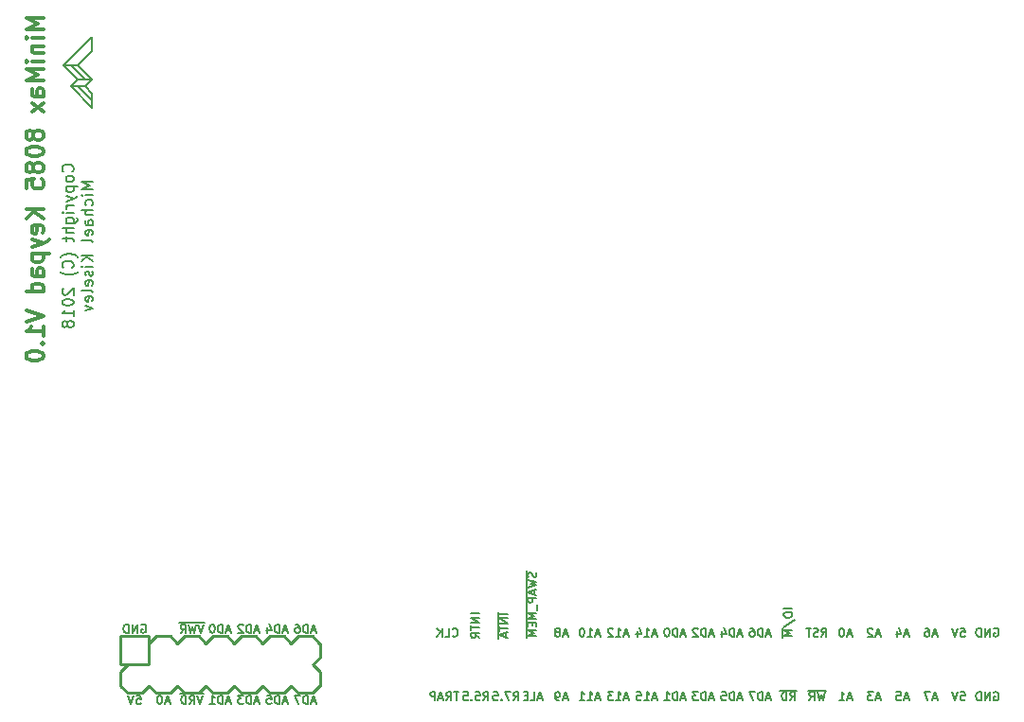
<source format=gbo>
G04 #@! TF.FileFunction,Legend,Bot*
%FSLAX46Y46*%
G04 Gerber Fmt 4.6, Leading zero omitted, Abs format (unit mm)*
G04 Created by KiCad (PCBNEW 4.0.7-e2-6376~58~ubuntu16.04.1) date Wed Jul 11 09:03:15 2018*
%MOMM*%
%LPD*%
G01*
G04 APERTURE LIST*
%ADD10C,0.150000*%
%ADD11C,0.152400*%
%ADD12C,0.304800*%
%ADD13C,0.203200*%
%ADD14C,0.200000*%
%ADD15C,0.254000*%
G04 APERTURE END LIST*
D10*
D11*
X120396000Y-129757714D02*
X120142000Y-130519714D01*
X119888000Y-129757714D01*
X119198571Y-130519714D02*
X119452571Y-130156857D01*
X119633999Y-130519714D02*
X119633999Y-129757714D01*
X119343714Y-129757714D01*
X119271142Y-129794000D01*
X119234857Y-129830286D01*
X119198571Y-129902857D01*
X119198571Y-130011714D01*
X119234857Y-130084286D01*
X119271142Y-130120571D01*
X119343714Y-130156857D01*
X119633999Y-130156857D01*
X118871999Y-130519714D02*
X118871999Y-129757714D01*
X118690571Y-129757714D01*
X118581714Y-129794000D01*
X118509142Y-129866571D01*
X118472857Y-129939143D01*
X118436571Y-130084286D01*
X118436571Y-130193143D01*
X118472857Y-130338286D01*
X118509142Y-130410857D01*
X118581714Y-130483429D01*
X118690571Y-130519714D01*
X118871999Y-130519714D01*
X120468571Y-129626360D02*
X118291428Y-129626360D01*
X120450429Y-123407714D02*
X120196429Y-124169714D01*
X119942429Y-123407714D01*
X119761000Y-123407714D02*
X119579571Y-124169714D01*
X119434428Y-123625429D01*
X119289286Y-124169714D01*
X119107857Y-123407714D01*
X118382143Y-124169714D02*
X118636143Y-123806857D01*
X118817571Y-124169714D02*
X118817571Y-123407714D01*
X118527286Y-123407714D01*
X118454714Y-123444000D01*
X118418429Y-123480286D01*
X118382143Y-123552857D01*
X118382143Y-123661714D01*
X118418429Y-123734286D01*
X118454714Y-123770571D01*
X118527286Y-123806857D01*
X118817571Y-123806857D01*
X120523000Y-123276360D02*
X118237000Y-123276360D01*
X117384285Y-130302000D02*
X117021428Y-130302000D01*
X117456857Y-130519714D02*
X117202857Y-129757714D01*
X116948857Y-130519714D01*
X116549714Y-129757714D02*
X116477142Y-129757714D01*
X116404571Y-129794000D01*
X116368285Y-129830286D01*
X116331999Y-129902857D01*
X116295714Y-130048000D01*
X116295714Y-130229429D01*
X116331999Y-130374571D01*
X116368285Y-130447143D01*
X116404571Y-130483429D01*
X116477142Y-130519714D01*
X116549714Y-130519714D01*
X116622285Y-130483429D01*
X116658571Y-130447143D01*
X116694856Y-130374571D01*
X116731142Y-130229429D01*
X116731142Y-130048000D01*
X116694856Y-129902857D01*
X116658571Y-129830286D01*
X116622285Y-129794000D01*
X116549714Y-129757714D01*
X114445142Y-129757714D02*
X114807999Y-129757714D01*
X114844285Y-130120571D01*
X114807999Y-130084286D01*
X114735428Y-130048000D01*
X114553999Y-130048000D01*
X114481428Y-130084286D01*
X114445142Y-130120571D01*
X114408857Y-130193143D01*
X114408857Y-130374571D01*
X114445142Y-130447143D01*
X114481428Y-130483429D01*
X114553999Y-130519714D01*
X114735428Y-130519714D01*
X114807999Y-130483429D01*
X114844285Y-130447143D01*
X114191143Y-129757714D02*
X113937143Y-130519714D01*
X113683143Y-129757714D01*
X114880572Y-123444000D02*
X114953143Y-123407714D01*
X115062000Y-123407714D01*
X115170857Y-123444000D01*
X115243429Y-123516571D01*
X115279714Y-123589143D01*
X115316000Y-123734286D01*
X115316000Y-123843143D01*
X115279714Y-123988286D01*
X115243429Y-124060857D01*
X115170857Y-124133429D01*
X115062000Y-124169714D01*
X114989429Y-124169714D01*
X114880572Y-124133429D01*
X114844286Y-124097143D01*
X114844286Y-123843143D01*
X114989429Y-123843143D01*
X114517714Y-124169714D02*
X114517714Y-123407714D01*
X114082286Y-124169714D01*
X114082286Y-123407714D01*
X113719428Y-124169714D02*
X113719428Y-123407714D01*
X113538000Y-123407714D01*
X113429143Y-123444000D01*
X113356571Y-123516571D01*
X113320286Y-123589143D01*
X113284000Y-123734286D01*
X113284000Y-123843143D01*
X113320286Y-123988286D01*
X113356571Y-124060857D01*
X113429143Y-124133429D01*
X113538000Y-124169714D01*
X113719428Y-124169714D01*
X122845285Y-123952000D02*
X122482428Y-123952000D01*
X122917857Y-124169714D02*
X122663857Y-123407714D01*
X122409857Y-124169714D01*
X122155856Y-124169714D02*
X122155856Y-123407714D01*
X121974428Y-123407714D01*
X121865571Y-123444000D01*
X121792999Y-123516571D01*
X121756714Y-123589143D01*
X121720428Y-123734286D01*
X121720428Y-123843143D01*
X121756714Y-123988286D01*
X121792999Y-124060857D01*
X121865571Y-124133429D01*
X121974428Y-124169714D01*
X122155856Y-124169714D01*
X121248714Y-123407714D02*
X121176142Y-123407714D01*
X121103571Y-123444000D01*
X121067285Y-123480286D01*
X121030999Y-123552857D01*
X120994714Y-123698000D01*
X120994714Y-123879429D01*
X121030999Y-124024571D01*
X121067285Y-124097143D01*
X121103571Y-124133429D01*
X121176142Y-124169714D01*
X121248714Y-124169714D01*
X121321285Y-124133429D01*
X121357571Y-124097143D01*
X121393856Y-124024571D01*
X121430142Y-123879429D01*
X121430142Y-123698000D01*
X121393856Y-123552857D01*
X121357571Y-123480286D01*
X121321285Y-123444000D01*
X121248714Y-123407714D01*
X125385285Y-123952000D02*
X125022428Y-123952000D01*
X125457857Y-124169714D02*
X125203857Y-123407714D01*
X124949857Y-124169714D01*
X124695856Y-124169714D02*
X124695856Y-123407714D01*
X124514428Y-123407714D01*
X124405571Y-123444000D01*
X124332999Y-123516571D01*
X124296714Y-123589143D01*
X124260428Y-123734286D01*
X124260428Y-123843143D01*
X124296714Y-123988286D01*
X124332999Y-124060857D01*
X124405571Y-124133429D01*
X124514428Y-124169714D01*
X124695856Y-124169714D01*
X123970142Y-123480286D02*
X123933856Y-123444000D01*
X123861285Y-123407714D01*
X123679856Y-123407714D01*
X123607285Y-123444000D01*
X123570999Y-123480286D01*
X123534714Y-123552857D01*
X123534714Y-123625429D01*
X123570999Y-123734286D01*
X124006428Y-124169714D01*
X123534714Y-124169714D01*
X127925285Y-123952000D02*
X127562428Y-123952000D01*
X127997857Y-124169714D02*
X127743857Y-123407714D01*
X127489857Y-124169714D01*
X127235856Y-124169714D02*
X127235856Y-123407714D01*
X127054428Y-123407714D01*
X126945571Y-123444000D01*
X126872999Y-123516571D01*
X126836714Y-123589143D01*
X126800428Y-123734286D01*
X126800428Y-123843143D01*
X126836714Y-123988286D01*
X126872999Y-124060857D01*
X126945571Y-124133429D01*
X127054428Y-124169714D01*
X127235856Y-124169714D01*
X126147285Y-123661714D02*
X126147285Y-124169714D01*
X126328714Y-123371429D02*
X126510142Y-123915714D01*
X126038428Y-123915714D01*
X130465285Y-123952000D02*
X130102428Y-123952000D01*
X130537857Y-124169714D02*
X130283857Y-123407714D01*
X130029857Y-124169714D01*
X129775856Y-124169714D02*
X129775856Y-123407714D01*
X129594428Y-123407714D01*
X129485571Y-123444000D01*
X129412999Y-123516571D01*
X129376714Y-123589143D01*
X129340428Y-123734286D01*
X129340428Y-123843143D01*
X129376714Y-123988286D01*
X129412999Y-124060857D01*
X129485571Y-124133429D01*
X129594428Y-124169714D01*
X129775856Y-124169714D01*
X128687285Y-123407714D02*
X128832428Y-123407714D01*
X128904999Y-123444000D01*
X128941285Y-123480286D01*
X129013856Y-123589143D01*
X129050142Y-123734286D01*
X129050142Y-124024571D01*
X129013856Y-124097143D01*
X128977571Y-124133429D01*
X128904999Y-124169714D01*
X128759856Y-124169714D01*
X128687285Y-124133429D01*
X128650999Y-124097143D01*
X128614714Y-124024571D01*
X128614714Y-123843143D01*
X128650999Y-123770571D01*
X128687285Y-123734286D01*
X128759856Y-123698000D01*
X128904999Y-123698000D01*
X128977571Y-123734286D01*
X129013856Y-123770571D01*
X129050142Y-123843143D01*
X122845285Y-130302000D02*
X122482428Y-130302000D01*
X122917857Y-130519714D02*
X122663857Y-129757714D01*
X122409857Y-130519714D01*
X122155856Y-130519714D02*
X122155856Y-129757714D01*
X121974428Y-129757714D01*
X121865571Y-129794000D01*
X121792999Y-129866571D01*
X121756714Y-129939143D01*
X121720428Y-130084286D01*
X121720428Y-130193143D01*
X121756714Y-130338286D01*
X121792999Y-130410857D01*
X121865571Y-130483429D01*
X121974428Y-130519714D01*
X122155856Y-130519714D01*
X120994714Y-130519714D02*
X121430142Y-130519714D01*
X121212428Y-130519714D02*
X121212428Y-129757714D01*
X121284999Y-129866571D01*
X121357571Y-129939143D01*
X121430142Y-129975429D01*
X125385285Y-130302000D02*
X125022428Y-130302000D01*
X125457857Y-130519714D02*
X125203857Y-129757714D01*
X124949857Y-130519714D01*
X124695856Y-130519714D02*
X124695856Y-129757714D01*
X124514428Y-129757714D01*
X124405571Y-129794000D01*
X124332999Y-129866571D01*
X124296714Y-129939143D01*
X124260428Y-130084286D01*
X124260428Y-130193143D01*
X124296714Y-130338286D01*
X124332999Y-130410857D01*
X124405571Y-130483429D01*
X124514428Y-130519714D01*
X124695856Y-130519714D01*
X124006428Y-129757714D02*
X123534714Y-129757714D01*
X123788714Y-130048000D01*
X123679856Y-130048000D01*
X123607285Y-130084286D01*
X123570999Y-130120571D01*
X123534714Y-130193143D01*
X123534714Y-130374571D01*
X123570999Y-130447143D01*
X123607285Y-130483429D01*
X123679856Y-130519714D01*
X123897571Y-130519714D01*
X123970142Y-130483429D01*
X124006428Y-130447143D01*
X127925285Y-130302000D02*
X127562428Y-130302000D01*
X127997857Y-130519714D02*
X127743857Y-129757714D01*
X127489857Y-130519714D01*
X127235856Y-130519714D02*
X127235856Y-129757714D01*
X127054428Y-129757714D01*
X126945571Y-129794000D01*
X126872999Y-129866571D01*
X126836714Y-129939143D01*
X126800428Y-130084286D01*
X126800428Y-130193143D01*
X126836714Y-130338286D01*
X126872999Y-130410857D01*
X126945571Y-130483429D01*
X127054428Y-130519714D01*
X127235856Y-130519714D01*
X126110999Y-129757714D02*
X126473856Y-129757714D01*
X126510142Y-130120571D01*
X126473856Y-130084286D01*
X126401285Y-130048000D01*
X126219856Y-130048000D01*
X126147285Y-130084286D01*
X126110999Y-130120571D01*
X126074714Y-130193143D01*
X126074714Y-130374571D01*
X126110999Y-130447143D01*
X126147285Y-130483429D01*
X126219856Y-130519714D01*
X126401285Y-130519714D01*
X126473856Y-130483429D01*
X126510142Y-130447143D01*
X130465285Y-130302000D02*
X130102428Y-130302000D01*
X130537857Y-130519714D02*
X130283857Y-129757714D01*
X130029857Y-130519714D01*
X129775856Y-130519714D02*
X129775856Y-129757714D01*
X129594428Y-129757714D01*
X129485571Y-129794000D01*
X129412999Y-129866571D01*
X129376714Y-129939143D01*
X129340428Y-130084286D01*
X129340428Y-130193143D01*
X129376714Y-130338286D01*
X129412999Y-130410857D01*
X129485571Y-130483429D01*
X129594428Y-130519714D01*
X129775856Y-130519714D01*
X129086428Y-129757714D02*
X128578428Y-129757714D01*
X128904999Y-130519714D01*
X143228786Y-129440214D02*
X142793357Y-129440214D01*
X143011071Y-130202214D02*
X143011071Y-129440214D01*
X142103929Y-130202214D02*
X142357929Y-129839357D01*
X142539357Y-130202214D02*
X142539357Y-129440214D01*
X142249072Y-129440214D01*
X142176500Y-129476500D01*
X142140215Y-129512786D01*
X142103929Y-129585357D01*
X142103929Y-129694214D01*
X142140215Y-129766786D01*
X142176500Y-129803071D01*
X142249072Y-129839357D01*
X142539357Y-129839357D01*
X141813643Y-129984500D02*
X141450786Y-129984500D01*
X141886215Y-130202214D02*
X141632215Y-129440214D01*
X141378215Y-130202214D01*
X141124214Y-130202214D02*
X141124214Y-129440214D01*
X140833929Y-129440214D01*
X140761357Y-129476500D01*
X140725072Y-129512786D01*
X140688786Y-129585357D01*
X140688786Y-129694214D01*
X140725072Y-129766786D01*
X140761357Y-129803071D01*
X140833929Y-129839357D01*
X141124214Y-129839357D01*
X145451285Y-130202214D02*
X145705285Y-129839357D01*
X145886713Y-130202214D02*
X145886713Y-129440214D01*
X145596428Y-129440214D01*
X145523856Y-129476500D01*
X145487571Y-129512786D01*
X145451285Y-129585357D01*
X145451285Y-129694214D01*
X145487571Y-129766786D01*
X145523856Y-129803071D01*
X145596428Y-129839357D01*
X145886713Y-129839357D01*
X144761856Y-129440214D02*
X145124713Y-129440214D01*
X145160999Y-129803071D01*
X145124713Y-129766786D01*
X145052142Y-129730500D01*
X144870713Y-129730500D01*
X144798142Y-129766786D01*
X144761856Y-129803071D01*
X144725571Y-129875643D01*
X144725571Y-130057071D01*
X144761856Y-130129643D01*
X144798142Y-130165929D01*
X144870713Y-130202214D01*
X145052142Y-130202214D01*
X145124713Y-130165929D01*
X145160999Y-130129643D01*
X144398999Y-130129643D02*
X144362714Y-130165929D01*
X144398999Y-130202214D01*
X144435285Y-130165929D01*
X144398999Y-130129643D01*
X144398999Y-130202214D01*
X143673285Y-129440214D02*
X144036142Y-129440214D01*
X144072428Y-129803071D01*
X144036142Y-129766786D01*
X143963571Y-129730500D01*
X143782142Y-129730500D01*
X143709571Y-129766786D01*
X143673285Y-129803071D01*
X143637000Y-129875643D01*
X143637000Y-130057071D01*
X143673285Y-130129643D01*
X143709571Y-130165929D01*
X143782142Y-130202214D01*
X143963571Y-130202214D01*
X144036142Y-130165929D01*
X144072428Y-130129643D01*
X148118285Y-130202214D02*
X148372285Y-129839357D01*
X148553713Y-130202214D02*
X148553713Y-129440214D01*
X148263428Y-129440214D01*
X148190856Y-129476500D01*
X148154571Y-129512786D01*
X148118285Y-129585357D01*
X148118285Y-129694214D01*
X148154571Y-129766786D01*
X148190856Y-129803071D01*
X148263428Y-129839357D01*
X148553713Y-129839357D01*
X147864285Y-129440214D02*
X147356285Y-129440214D01*
X147682856Y-130202214D01*
X147065999Y-130129643D02*
X147029714Y-130165929D01*
X147065999Y-130202214D01*
X147102285Y-130165929D01*
X147065999Y-130129643D01*
X147065999Y-130202214D01*
X146340285Y-129440214D02*
X146703142Y-129440214D01*
X146739428Y-129803071D01*
X146703142Y-129766786D01*
X146630571Y-129730500D01*
X146449142Y-129730500D01*
X146376571Y-129766786D01*
X146340285Y-129803071D01*
X146304000Y-129875643D01*
X146304000Y-130057071D01*
X146340285Y-130129643D01*
X146376571Y-130165929D01*
X146449142Y-130202214D01*
X146630571Y-130202214D01*
X146703142Y-130165929D01*
X146739428Y-130129643D01*
X142693571Y-124414643D02*
X142729857Y-124450929D01*
X142838714Y-124487214D01*
X142911285Y-124487214D01*
X143020142Y-124450929D01*
X143092714Y-124378357D01*
X143128999Y-124305786D01*
X143165285Y-124160643D01*
X143165285Y-124051786D01*
X143128999Y-123906643D01*
X143092714Y-123834071D01*
X143020142Y-123761500D01*
X142911285Y-123725214D01*
X142838714Y-123725214D01*
X142729857Y-123761500D01*
X142693571Y-123797786D01*
X142004142Y-124487214D02*
X142366999Y-124487214D01*
X142366999Y-123725214D01*
X141750142Y-124487214D02*
X141750142Y-123725214D01*
X141314714Y-124487214D02*
X141641285Y-124051786D01*
X141314714Y-123725214D02*
X141750142Y-124160643D01*
X145124714Y-122437072D02*
X144362714Y-122437072D01*
X145124714Y-122799929D02*
X144362714Y-122799929D01*
X145124714Y-123235357D01*
X144362714Y-123235357D01*
X144362714Y-123489357D02*
X144362714Y-123924786D01*
X145124714Y-123707072D02*
X144362714Y-123707072D01*
X145124714Y-124614214D02*
X144761857Y-124360214D01*
X145124714Y-124178786D02*
X144362714Y-124178786D01*
X144362714Y-124469071D01*
X144399000Y-124541643D01*
X144435286Y-124577928D01*
X144507857Y-124614214D01*
X144616714Y-124614214D01*
X144689286Y-124577928D01*
X144725571Y-124541643D01*
X144761857Y-124469071D01*
X144761857Y-124178786D01*
X147664714Y-122491501D02*
X146902714Y-122491501D01*
X147664714Y-122854358D02*
X146902714Y-122854358D01*
X147664714Y-123289786D01*
X146902714Y-123289786D01*
X146902714Y-123543786D02*
X146902714Y-123979215D01*
X147664714Y-123761501D02*
X146902714Y-123761501D01*
X147447000Y-124196929D02*
X147447000Y-124559786D01*
X147664714Y-124124357D02*
X146902714Y-124378357D01*
X147664714Y-124632357D01*
X146771360Y-122310072D02*
X146771360Y-124704929D01*
X150168429Y-118735929D02*
X150204714Y-118844786D01*
X150204714Y-119026215D01*
X150168429Y-119098786D01*
X150132143Y-119135072D01*
X150059571Y-119171357D01*
X149987000Y-119171357D01*
X149914429Y-119135072D01*
X149878143Y-119098786D01*
X149841857Y-119026215D01*
X149805571Y-118881072D01*
X149769286Y-118808500D01*
X149733000Y-118772215D01*
X149660429Y-118735929D01*
X149587857Y-118735929D01*
X149515286Y-118772215D01*
X149479000Y-118808500D01*
X149442714Y-118881072D01*
X149442714Y-119062500D01*
X149479000Y-119171357D01*
X149442714Y-119425357D02*
X150204714Y-119606786D01*
X149660429Y-119751929D01*
X150204714Y-119897071D01*
X149442714Y-120078500D01*
X149987000Y-120332500D02*
X149987000Y-120695357D01*
X150204714Y-120259928D02*
X149442714Y-120513928D01*
X150204714Y-120767928D01*
X150204714Y-121021929D02*
X149442714Y-121021929D01*
X149442714Y-121312214D01*
X149479000Y-121384786D01*
X149515286Y-121421071D01*
X149587857Y-121457357D01*
X149696714Y-121457357D01*
X149769286Y-121421071D01*
X149805571Y-121384786D01*
X149841857Y-121312214D01*
X149841857Y-121021929D01*
X150277286Y-121602500D02*
X150277286Y-122183071D01*
X150204714Y-122364500D02*
X149442714Y-122364500D01*
X149987000Y-122618500D01*
X149442714Y-122872500D01*
X150204714Y-122872500D01*
X149805571Y-123235357D02*
X149805571Y-123489357D01*
X150204714Y-123598214D02*
X150204714Y-123235357D01*
X149442714Y-123235357D01*
X149442714Y-123598214D01*
X150204714Y-123924786D02*
X149442714Y-123924786D01*
X149987000Y-124178786D01*
X149442714Y-124432786D01*
X150204714Y-124432786D01*
X149311360Y-118590786D02*
X149311360Y-124614214D01*
X150694571Y-129984500D02*
X150331714Y-129984500D01*
X150767143Y-130202214D02*
X150513143Y-129440214D01*
X150259143Y-130202214D01*
X149642285Y-130202214D02*
X150005142Y-130202214D01*
X150005142Y-129440214D01*
X149388285Y-129803071D02*
X149134285Y-129803071D01*
X149025428Y-130202214D02*
X149388285Y-130202214D01*
X149388285Y-129440214D01*
X149025428Y-129440214D01*
X152944285Y-129984500D02*
X152581428Y-129984500D01*
X153016857Y-130202214D02*
X152762857Y-129440214D01*
X152508857Y-130202214D01*
X152218571Y-130202214D02*
X152073428Y-130202214D01*
X152000856Y-130165929D01*
X151964571Y-130129643D01*
X151891999Y-130020786D01*
X151855714Y-129875643D01*
X151855714Y-129585357D01*
X151891999Y-129512786D01*
X151928285Y-129476500D01*
X152000856Y-129440214D01*
X152145999Y-129440214D01*
X152218571Y-129476500D01*
X152254856Y-129512786D01*
X152291142Y-129585357D01*
X152291142Y-129766786D01*
X152254856Y-129839357D01*
X152218571Y-129875643D01*
X152145999Y-129911929D01*
X152000856Y-129911929D01*
X151928285Y-129875643D01*
X151891999Y-129839357D01*
X151855714Y-129766786D01*
X152944285Y-124269500D02*
X152581428Y-124269500D01*
X153016857Y-124487214D02*
X152762857Y-123725214D01*
X152508857Y-124487214D01*
X152145999Y-124051786D02*
X152218571Y-124015500D01*
X152254856Y-123979214D01*
X152291142Y-123906643D01*
X152291142Y-123870357D01*
X152254856Y-123797786D01*
X152218571Y-123761500D01*
X152145999Y-123725214D01*
X152000856Y-123725214D01*
X151928285Y-123761500D01*
X151891999Y-123797786D01*
X151855714Y-123870357D01*
X151855714Y-123906643D01*
X151891999Y-123979214D01*
X151928285Y-124015500D01*
X152000856Y-124051786D01*
X152145999Y-124051786D01*
X152218571Y-124088071D01*
X152254856Y-124124357D01*
X152291142Y-124196929D01*
X152291142Y-124342071D01*
X152254856Y-124414643D01*
X152218571Y-124450929D01*
X152145999Y-124487214D01*
X152000856Y-124487214D01*
X151928285Y-124450929D01*
X151891999Y-124414643D01*
X151855714Y-124342071D01*
X151855714Y-124196929D01*
X151891999Y-124124357D01*
X151928285Y-124088071D01*
X152000856Y-124051786D01*
X155847142Y-124269500D02*
X155484285Y-124269500D01*
X155919714Y-124487214D02*
X155665714Y-123725214D01*
X155411714Y-124487214D01*
X154758571Y-124487214D02*
X155193999Y-124487214D01*
X154976285Y-124487214D02*
X154976285Y-123725214D01*
X155048856Y-123834071D01*
X155121428Y-123906643D01*
X155193999Y-123942929D01*
X154286857Y-123725214D02*
X154214285Y-123725214D01*
X154141714Y-123761500D01*
X154105428Y-123797786D01*
X154069142Y-123870357D01*
X154032857Y-124015500D01*
X154032857Y-124196929D01*
X154069142Y-124342071D01*
X154105428Y-124414643D01*
X154141714Y-124450929D01*
X154214285Y-124487214D01*
X154286857Y-124487214D01*
X154359428Y-124450929D01*
X154395714Y-124414643D01*
X154431999Y-124342071D01*
X154468285Y-124196929D01*
X154468285Y-124015500D01*
X154431999Y-123870357D01*
X154395714Y-123797786D01*
X154359428Y-123761500D01*
X154286857Y-123725214D01*
X155847142Y-129984500D02*
X155484285Y-129984500D01*
X155919714Y-130202214D02*
X155665714Y-129440214D01*
X155411714Y-130202214D01*
X154758571Y-130202214D02*
X155193999Y-130202214D01*
X154976285Y-130202214D02*
X154976285Y-129440214D01*
X155048856Y-129549071D01*
X155121428Y-129621643D01*
X155193999Y-129657929D01*
X154032857Y-130202214D02*
X154468285Y-130202214D01*
X154250571Y-130202214D02*
X154250571Y-129440214D01*
X154323142Y-129549071D01*
X154395714Y-129621643D01*
X154468285Y-129657929D01*
X158387142Y-129984500D02*
X158024285Y-129984500D01*
X158459714Y-130202214D02*
X158205714Y-129440214D01*
X157951714Y-130202214D01*
X157298571Y-130202214D02*
X157733999Y-130202214D01*
X157516285Y-130202214D02*
X157516285Y-129440214D01*
X157588856Y-129549071D01*
X157661428Y-129621643D01*
X157733999Y-129657929D01*
X157044571Y-129440214D02*
X156572857Y-129440214D01*
X156826857Y-129730500D01*
X156717999Y-129730500D01*
X156645428Y-129766786D01*
X156609142Y-129803071D01*
X156572857Y-129875643D01*
X156572857Y-130057071D01*
X156609142Y-130129643D01*
X156645428Y-130165929D01*
X156717999Y-130202214D01*
X156935714Y-130202214D01*
X157008285Y-130165929D01*
X157044571Y-130129643D01*
X158387142Y-124269500D02*
X158024285Y-124269500D01*
X158459714Y-124487214D02*
X158205714Y-123725214D01*
X157951714Y-124487214D01*
X157298571Y-124487214D02*
X157733999Y-124487214D01*
X157516285Y-124487214D02*
X157516285Y-123725214D01*
X157588856Y-123834071D01*
X157661428Y-123906643D01*
X157733999Y-123942929D01*
X157008285Y-123797786D02*
X156971999Y-123761500D01*
X156899428Y-123725214D01*
X156717999Y-123725214D01*
X156645428Y-123761500D01*
X156609142Y-123797786D01*
X156572857Y-123870357D01*
X156572857Y-123942929D01*
X156609142Y-124051786D01*
X157044571Y-124487214D01*
X156572857Y-124487214D01*
X160927142Y-124269500D02*
X160564285Y-124269500D01*
X160999714Y-124487214D02*
X160745714Y-123725214D01*
X160491714Y-124487214D01*
X159838571Y-124487214D02*
X160273999Y-124487214D01*
X160056285Y-124487214D02*
X160056285Y-123725214D01*
X160128856Y-123834071D01*
X160201428Y-123906643D01*
X160273999Y-123942929D01*
X159185428Y-123979214D02*
X159185428Y-124487214D01*
X159366857Y-123688929D02*
X159548285Y-124233214D01*
X159076571Y-124233214D01*
X160927142Y-129984500D02*
X160564285Y-129984500D01*
X160999714Y-130202214D02*
X160745714Y-129440214D01*
X160491714Y-130202214D01*
X159838571Y-130202214D02*
X160273999Y-130202214D01*
X160056285Y-130202214D02*
X160056285Y-129440214D01*
X160128856Y-129549071D01*
X160201428Y-129621643D01*
X160273999Y-129657929D01*
X159149142Y-129440214D02*
X159511999Y-129440214D01*
X159548285Y-129803071D01*
X159511999Y-129766786D01*
X159439428Y-129730500D01*
X159257999Y-129730500D01*
X159185428Y-129766786D01*
X159149142Y-129803071D01*
X159112857Y-129875643D01*
X159112857Y-130057071D01*
X159149142Y-130129643D01*
X159185428Y-130165929D01*
X159257999Y-130202214D01*
X159439428Y-130202214D01*
X159511999Y-130165929D01*
X159548285Y-130129643D01*
X163485285Y-129984500D02*
X163122428Y-129984500D01*
X163557857Y-130202214D02*
X163303857Y-129440214D01*
X163049857Y-130202214D01*
X162795856Y-130202214D02*
X162795856Y-129440214D01*
X162614428Y-129440214D01*
X162505571Y-129476500D01*
X162432999Y-129549071D01*
X162396714Y-129621643D01*
X162360428Y-129766786D01*
X162360428Y-129875643D01*
X162396714Y-130020786D01*
X162432999Y-130093357D01*
X162505571Y-130165929D01*
X162614428Y-130202214D01*
X162795856Y-130202214D01*
X161634714Y-130202214D02*
X162070142Y-130202214D01*
X161852428Y-130202214D02*
X161852428Y-129440214D01*
X161924999Y-129549071D01*
X161997571Y-129621643D01*
X162070142Y-129657929D01*
X163485285Y-124269500D02*
X163122428Y-124269500D01*
X163557857Y-124487214D02*
X163303857Y-123725214D01*
X163049857Y-124487214D01*
X162795856Y-124487214D02*
X162795856Y-123725214D01*
X162614428Y-123725214D01*
X162505571Y-123761500D01*
X162432999Y-123834071D01*
X162396714Y-123906643D01*
X162360428Y-124051786D01*
X162360428Y-124160643D01*
X162396714Y-124305786D01*
X162432999Y-124378357D01*
X162505571Y-124450929D01*
X162614428Y-124487214D01*
X162795856Y-124487214D01*
X161888714Y-123725214D02*
X161816142Y-123725214D01*
X161743571Y-123761500D01*
X161707285Y-123797786D01*
X161670999Y-123870357D01*
X161634714Y-124015500D01*
X161634714Y-124196929D01*
X161670999Y-124342071D01*
X161707285Y-124414643D01*
X161743571Y-124450929D01*
X161816142Y-124487214D01*
X161888714Y-124487214D01*
X161961285Y-124450929D01*
X161997571Y-124414643D01*
X162033856Y-124342071D01*
X162070142Y-124196929D01*
X162070142Y-124015500D01*
X162033856Y-123870357D01*
X161997571Y-123797786D01*
X161961285Y-123761500D01*
X161888714Y-123725214D01*
X166025285Y-124269500D02*
X165662428Y-124269500D01*
X166097857Y-124487214D02*
X165843857Y-123725214D01*
X165589857Y-124487214D01*
X165335856Y-124487214D02*
X165335856Y-123725214D01*
X165154428Y-123725214D01*
X165045571Y-123761500D01*
X164972999Y-123834071D01*
X164936714Y-123906643D01*
X164900428Y-124051786D01*
X164900428Y-124160643D01*
X164936714Y-124305786D01*
X164972999Y-124378357D01*
X165045571Y-124450929D01*
X165154428Y-124487214D01*
X165335856Y-124487214D01*
X164610142Y-123797786D02*
X164573856Y-123761500D01*
X164501285Y-123725214D01*
X164319856Y-123725214D01*
X164247285Y-123761500D01*
X164210999Y-123797786D01*
X164174714Y-123870357D01*
X164174714Y-123942929D01*
X164210999Y-124051786D01*
X164646428Y-124487214D01*
X164174714Y-124487214D01*
X166025285Y-129984500D02*
X165662428Y-129984500D01*
X166097857Y-130202214D02*
X165843857Y-129440214D01*
X165589857Y-130202214D01*
X165335856Y-130202214D02*
X165335856Y-129440214D01*
X165154428Y-129440214D01*
X165045571Y-129476500D01*
X164972999Y-129549071D01*
X164936714Y-129621643D01*
X164900428Y-129766786D01*
X164900428Y-129875643D01*
X164936714Y-130020786D01*
X164972999Y-130093357D01*
X165045571Y-130165929D01*
X165154428Y-130202214D01*
X165335856Y-130202214D01*
X164646428Y-129440214D02*
X164174714Y-129440214D01*
X164428714Y-129730500D01*
X164319856Y-129730500D01*
X164247285Y-129766786D01*
X164210999Y-129803071D01*
X164174714Y-129875643D01*
X164174714Y-130057071D01*
X164210999Y-130129643D01*
X164247285Y-130165929D01*
X164319856Y-130202214D01*
X164537571Y-130202214D01*
X164610142Y-130165929D01*
X164646428Y-130129643D01*
X168565285Y-129984500D02*
X168202428Y-129984500D01*
X168637857Y-130202214D02*
X168383857Y-129440214D01*
X168129857Y-130202214D01*
X167875856Y-130202214D02*
X167875856Y-129440214D01*
X167694428Y-129440214D01*
X167585571Y-129476500D01*
X167512999Y-129549071D01*
X167476714Y-129621643D01*
X167440428Y-129766786D01*
X167440428Y-129875643D01*
X167476714Y-130020786D01*
X167512999Y-130093357D01*
X167585571Y-130165929D01*
X167694428Y-130202214D01*
X167875856Y-130202214D01*
X166750999Y-129440214D02*
X167113856Y-129440214D01*
X167150142Y-129803071D01*
X167113856Y-129766786D01*
X167041285Y-129730500D01*
X166859856Y-129730500D01*
X166787285Y-129766786D01*
X166750999Y-129803071D01*
X166714714Y-129875643D01*
X166714714Y-130057071D01*
X166750999Y-130129643D01*
X166787285Y-130165929D01*
X166859856Y-130202214D01*
X167041285Y-130202214D01*
X167113856Y-130165929D01*
X167150142Y-130129643D01*
X168565285Y-124269500D02*
X168202428Y-124269500D01*
X168637857Y-124487214D02*
X168383857Y-123725214D01*
X168129857Y-124487214D01*
X167875856Y-124487214D02*
X167875856Y-123725214D01*
X167694428Y-123725214D01*
X167585571Y-123761500D01*
X167512999Y-123834071D01*
X167476714Y-123906643D01*
X167440428Y-124051786D01*
X167440428Y-124160643D01*
X167476714Y-124305786D01*
X167512999Y-124378357D01*
X167585571Y-124450929D01*
X167694428Y-124487214D01*
X167875856Y-124487214D01*
X166787285Y-123979214D02*
X166787285Y-124487214D01*
X166968714Y-123688929D02*
X167150142Y-124233214D01*
X166678428Y-124233214D01*
X171105285Y-124269500D02*
X170742428Y-124269500D01*
X171177857Y-124487214D02*
X170923857Y-123725214D01*
X170669857Y-124487214D01*
X170415856Y-124487214D02*
X170415856Y-123725214D01*
X170234428Y-123725214D01*
X170125571Y-123761500D01*
X170052999Y-123834071D01*
X170016714Y-123906643D01*
X169980428Y-124051786D01*
X169980428Y-124160643D01*
X170016714Y-124305786D01*
X170052999Y-124378357D01*
X170125571Y-124450929D01*
X170234428Y-124487214D01*
X170415856Y-124487214D01*
X169327285Y-123725214D02*
X169472428Y-123725214D01*
X169544999Y-123761500D01*
X169581285Y-123797786D01*
X169653856Y-123906643D01*
X169690142Y-124051786D01*
X169690142Y-124342071D01*
X169653856Y-124414643D01*
X169617571Y-124450929D01*
X169544999Y-124487214D01*
X169399856Y-124487214D01*
X169327285Y-124450929D01*
X169290999Y-124414643D01*
X169254714Y-124342071D01*
X169254714Y-124160643D01*
X169290999Y-124088071D01*
X169327285Y-124051786D01*
X169399856Y-124015500D01*
X169544999Y-124015500D01*
X169617571Y-124051786D01*
X169653856Y-124088071D01*
X169690142Y-124160643D01*
X171105285Y-129984500D02*
X170742428Y-129984500D01*
X171177857Y-130202214D02*
X170923857Y-129440214D01*
X170669857Y-130202214D01*
X170415856Y-130202214D02*
X170415856Y-129440214D01*
X170234428Y-129440214D01*
X170125571Y-129476500D01*
X170052999Y-129549071D01*
X170016714Y-129621643D01*
X169980428Y-129766786D01*
X169980428Y-129875643D01*
X170016714Y-130020786D01*
X170052999Y-130093357D01*
X170125571Y-130165929D01*
X170234428Y-130202214D01*
X170415856Y-130202214D01*
X169726428Y-129440214D02*
X169218428Y-129440214D01*
X169544999Y-130202214D01*
X173064714Y-121956286D02*
X172302714Y-121956286D01*
X172302714Y-122464285D02*
X172302714Y-122609428D01*
X172339000Y-122682000D01*
X172411571Y-122754571D01*
X172556714Y-122790857D01*
X172810714Y-122790857D01*
X172955857Y-122754571D01*
X173028429Y-122682000D01*
X173064714Y-122609428D01*
X173064714Y-122464285D01*
X173028429Y-122391714D01*
X172955857Y-122319143D01*
X172810714Y-122282857D01*
X172556714Y-122282857D01*
X172411571Y-122319143D01*
X172339000Y-122391714D01*
X172302714Y-122464285D01*
X172266429Y-123661714D02*
X173246143Y-123008571D01*
X173064714Y-123915715D02*
X172302714Y-123915715D01*
X172847000Y-124169715D01*
X172302714Y-124423715D01*
X173064714Y-124423715D01*
X172171360Y-123734286D02*
X172171360Y-124605143D01*
X172865143Y-130202214D02*
X173119143Y-129839357D01*
X173300571Y-130202214D02*
X173300571Y-129440214D01*
X173010286Y-129440214D01*
X172937714Y-129476500D01*
X172901429Y-129512786D01*
X172865143Y-129585357D01*
X172865143Y-129694214D01*
X172901429Y-129766786D01*
X172937714Y-129803071D01*
X173010286Y-129839357D01*
X173300571Y-129839357D01*
X172538571Y-130202214D02*
X172538571Y-129440214D01*
X172357143Y-129440214D01*
X172248286Y-129476500D01*
X172175714Y-129549071D01*
X172139429Y-129621643D01*
X172103143Y-129766786D01*
X172103143Y-129875643D01*
X172139429Y-130020786D01*
X172175714Y-130093357D01*
X172248286Y-130165929D01*
X172357143Y-130202214D01*
X172538571Y-130202214D01*
X173482000Y-129308860D02*
X171958000Y-129308860D01*
X175677285Y-124487214D02*
X175931285Y-124124357D01*
X176112713Y-124487214D02*
X176112713Y-123725214D01*
X175822428Y-123725214D01*
X175749856Y-123761500D01*
X175713571Y-123797786D01*
X175677285Y-123870357D01*
X175677285Y-123979214D01*
X175713571Y-124051786D01*
X175749856Y-124088071D01*
X175822428Y-124124357D01*
X176112713Y-124124357D01*
X175386999Y-124450929D02*
X175278142Y-124487214D01*
X175096713Y-124487214D01*
X175024142Y-124450929D01*
X174987856Y-124414643D01*
X174951571Y-124342071D01*
X174951571Y-124269500D01*
X174987856Y-124196929D01*
X175024142Y-124160643D01*
X175096713Y-124124357D01*
X175241856Y-124088071D01*
X175314428Y-124051786D01*
X175350713Y-124015500D01*
X175386999Y-123942929D01*
X175386999Y-123870357D01*
X175350713Y-123797786D01*
X175314428Y-123761500D01*
X175241856Y-123725214D01*
X175060428Y-123725214D01*
X174951571Y-123761500D01*
X174733857Y-123725214D02*
X174298428Y-123725214D01*
X174516142Y-124487214D02*
X174516142Y-123725214D01*
X175967571Y-129440214D02*
X175786142Y-130202214D01*
X175640999Y-129657929D01*
X175495857Y-130202214D01*
X175314428Y-129440214D01*
X174588714Y-130202214D02*
X174842714Y-129839357D01*
X175024142Y-130202214D02*
X175024142Y-129440214D01*
X174733857Y-129440214D01*
X174661285Y-129476500D01*
X174625000Y-129512786D01*
X174588714Y-129585357D01*
X174588714Y-129694214D01*
X174625000Y-129766786D01*
X174661285Y-129803071D01*
X174733857Y-129839357D01*
X175024142Y-129839357D01*
X176076428Y-129308860D02*
X174443571Y-129308860D01*
X191080572Y-129476500D02*
X191153143Y-129440214D01*
X191262000Y-129440214D01*
X191370857Y-129476500D01*
X191443429Y-129549071D01*
X191479714Y-129621643D01*
X191516000Y-129766786D01*
X191516000Y-129875643D01*
X191479714Y-130020786D01*
X191443429Y-130093357D01*
X191370857Y-130165929D01*
X191262000Y-130202214D01*
X191189429Y-130202214D01*
X191080572Y-130165929D01*
X191044286Y-130129643D01*
X191044286Y-129875643D01*
X191189429Y-129875643D01*
X190717714Y-130202214D02*
X190717714Y-129440214D01*
X190282286Y-130202214D01*
X190282286Y-129440214D01*
X189919428Y-130202214D02*
X189919428Y-129440214D01*
X189738000Y-129440214D01*
X189629143Y-129476500D01*
X189556571Y-129549071D01*
X189520286Y-129621643D01*
X189484000Y-129766786D01*
X189484000Y-129875643D01*
X189520286Y-130020786D01*
X189556571Y-130093357D01*
X189629143Y-130165929D01*
X189738000Y-130202214D01*
X189919428Y-130202214D01*
X191080572Y-123761500D02*
X191153143Y-123725214D01*
X191262000Y-123725214D01*
X191370857Y-123761500D01*
X191443429Y-123834071D01*
X191479714Y-123906643D01*
X191516000Y-124051786D01*
X191516000Y-124160643D01*
X191479714Y-124305786D01*
X191443429Y-124378357D01*
X191370857Y-124450929D01*
X191262000Y-124487214D01*
X191189429Y-124487214D01*
X191080572Y-124450929D01*
X191044286Y-124414643D01*
X191044286Y-124160643D01*
X191189429Y-124160643D01*
X190717714Y-124487214D02*
X190717714Y-123725214D01*
X190282286Y-124487214D01*
X190282286Y-123725214D01*
X189919428Y-124487214D02*
X189919428Y-123725214D01*
X189738000Y-123725214D01*
X189629143Y-123761500D01*
X189556571Y-123834071D01*
X189520286Y-123906643D01*
X189484000Y-124051786D01*
X189484000Y-124160643D01*
X189520286Y-124305786D01*
X189556571Y-124378357D01*
X189629143Y-124450929D01*
X189738000Y-124487214D01*
X189919428Y-124487214D01*
X188105142Y-123725214D02*
X188467999Y-123725214D01*
X188504285Y-124088071D01*
X188467999Y-124051786D01*
X188395428Y-124015500D01*
X188213999Y-124015500D01*
X188141428Y-124051786D01*
X188105142Y-124088071D01*
X188068857Y-124160643D01*
X188068857Y-124342071D01*
X188105142Y-124414643D01*
X188141428Y-124450929D01*
X188213999Y-124487214D01*
X188395428Y-124487214D01*
X188467999Y-124450929D01*
X188504285Y-124414643D01*
X187851143Y-123725214D02*
X187597143Y-124487214D01*
X187343143Y-123725214D01*
X188105142Y-129440214D02*
X188467999Y-129440214D01*
X188504285Y-129803071D01*
X188467999Y-129766786D01*
X188395428Y-129730500D01*
X188213999Y-129730500D01*
X188141428Y-129766786D01*
X188105142Y-129803071D01*
X188068857Y-129875643D01*
X188068857Y-130057071D01*
X188105142Y-130129643D01*
X188141428Y-130165929D01*
X188213999Y-130202214D01*
X188395428Y-130202214D01*
X188467999Y-130165929D01*
X188504285Y-130129643D01*
X187851143Y-129440214D02*
X187597143Y-130202214D01*
X187343143Y-129440214D01*
X185964285Y-129984500D02*
X185601428Y-129984500D01*
X186036857Y-130202214D02*
X185782857Y-129440214D01*
X185528857Y-130202214D01*
X185347428Y-129440214D02*
X184839428Y-129440214D01*
X185165999Y-130202214D01*
X185964285Y-124269500D02*
X185601428Y-124269500D01*
X186036857Y-124487214D02*
X185782857Y-123725214D01*
X185528857Y-124487214D01*
X184948285Y-123725214D02*
X185093428Y-123725214D01*
X185165999Y-123761500D01*
X185202285Y-123797786D01*
X185274856Y-123906643D01*
X185311142Y-124051786D01*
X185311142Y-124342071D01*
X185274856Y-124414643D01*
X185238571Y-124450929D01*
X185165999Y-124487214D01*
X185020856Y-124487214D01*
X184948285Y-124450929D01*
X184911999Y-124414643D01*
X184875714Y-124342071D01*
X184875714Y-124160643D01*
X184911999Y-124088071D01*
X184948285Y-124051786D01*
X185020856Y-124015500D01*
X185165999Y-124015500D01*
X185238571Y-124051786D01*
X185274856Y-124088071D01*
X185311142Y-124160643D01*
X183424285Y-124269500D02*
X183061428Y-124269500D01*
X183496857Y-124487214D02*
X183242857Y-123725214D01*
X182988857Y-124487214D01*
X182408285Y-123979214D02*
X182408285Y-124487214D01*
X182589714Y-123688929D02*
X182771142Y-124233214D01*
X182299428Y-124233214D01*
X183424285Y-129984500D02*
X183061428Y-129984500D01*
X183496857Y-130202214D02*
X183242857Y-129440214D01*
X182988857Y-130202214D01*
X182371999Y-129440214D02*
X182734856Y-129440214D01*
X182771142Y-129803071D01*
X182734856Y-129766786D01*
X182662285Y-129730500D01*
X182480856Y-129730500D01*
X182408285Y-129766786D01*
X182371999Y-129803071D01*
X182335714Y-129875643D01*
X182335714Y-130057071D01*
X182371999Y-130129643D01*
X182408285Y-130165929D01*
X182480856Y-130202214D01*
X182662285Y-130202214D01*
X182734856Y-130165929D01*
X182771142Y-130129643D01*
X180884285Y-129984500D02*
X180521428Y-129984500D01*
X180956857Y-130202214D02*
X180702857Y-129440214D01*
X180448857Y-130202214D01*
X180267428Y-129440214D02*
X179795714Y-129440214D01*
X180049714Y-129730500D01*
X179940856Y-129730500D01*
X179868285Y-129766786D01*
X179831999Y-129803071D01*
X179795714Y-129875643D01*
X179795714Y-130057071D01*
X179831999Y-130129643D01*
X179868285Y-130165929D01*
X179940856Y-130202214D01*
X180158571Y-130202214D01*
X180231142Y-130165929D01*
X180267428Y-130129643D01*
X180884285Y-124269500D02*
X180521428Y-124269500D01*
X180956857Y-124487214D02*
X180702857Y-123725214D01*
X180448857Y-124487214D01*
X180231142Y-123797786D02*
X180194856Y-123761500D01*
X180122285Y-123725214D01*
X179940856Y-123725214D01*
X179868285Y-123761500D01*
X179831999Y-123797786D01*
X179795714Y-123870357D01*
X179795714Y-123942929D01*
X179831999Y-124051786D01*
X180267428Y-124487214D01*
X179795714Y-124487214D01*
X178344285Y-129984500D02*
X177981428Y-129984500D01*
X178416857Y-130202214D02*
X178162857Y-129440214D01*
X177908857Y-130202214D01*
X177255714Y-130202214D02*
X177691142Y-130202214D01*
X177473428Y-130202214D02*
X177473428Y-129440214D01*
X177545999Y-129549071D01*
X177618571Y-129621643D01*
X177691142Y-129657929D01*
X178344285Y-124269500D02*
X177981428Y-124269500D01*
X178416857Y-124487214D02*
X178162857Y-123725214D01*
X177908857Y-124487214D01*
X177509714Y-123725214D02*
X177437142Y-123725214D01*
X177364571Y-123761500D01*
X177328285Y-123797786D01*
X177291999Y-123870357D01*
X177255714Y-124015500D01*
X177255714Y-124196929D01*
X177291999Y-124342071D01*
X177328285Y-124414643D01*
X177364571Y-124450929D01*
X177437142Y-124487214D01*
X177509714Y-124487214D01*
X177582285Y-124450929D01*
X177618571Y-124414643D01*
X177654856Y-124342071D01*
X177691142Y-124196929D01*
X177691142Y-124015500D01*
X177654856Y-123870357D01*
X177618571Y-123797786D01*
X177582285Y-123761500D01*
X177509714Y-123725214D01*
D12*
X106099429Y-69178714D02*
X104575429Y-69178714D01*
X105664000Y-69686714D01*
X104575429Y-70194714D01*
X106099429Y-70194714D01*
X106099429Y-70920428D02*
X105083429Y-70920428D01*
X104575429Y-70920428D02*
X104648000Y-70847857D01*
X104720571Y-70920428D01*
X104648000Y-70993000D01*
X104575429Y-70920428D01*
X104720571Y-70920428D01*
X105083429Y-71646142D02*
X106099429Y-71646142D01*
X105228571Y-71646142D02*
X105156000Y-71718714D01*
X105083429Y-71863856D01*
X105083429Y-72081571D01*
X105156000Y-72226714D01*
X105301143Y-72299285D01*
X106099429Y-72299285D01*
X106099429Y-73024999D02*
X105083429Y-73024999D01*
X104575429Y-73024999D02*
X104648000Y-72952428D01*
X104720571Y-73024999D01*
X104648000Y-73097571D01*
X104575429Y-73024999D01*
X104720571Y-73024999D01*
X106099429Y-73750713D02*
X104575429Y-73750713D01*
X105664000Y-74258713D01*
X104575429Y-74766713D01*
X106099429Y-74766713D01*
X106099429Y-76145570D02*
X105301143Y-76145570D01*
X105156000Y-76072999D01*
X105083429Y-75927856D01*
X105083429Y-75637570D01*
X105156000Y-75492427D01*
X106026857Y-76145570D02*
X106099429Y-76000427D01*
X106099429Y-75637570D01*
X106026857Y-75492427D01*
X105881714Y-75419856D01*
X105736571Y-75419856D01*
X105591429Y-75492427D01*
X105518857Y-75637570D01*
X105518857Y-76000427D01*
X105446286Y-76145570D01*
X106099429Y-76726141D02*
X105083429Y-77524427D01*
X105083429Y-76726141D02*
X106099429Y-77524427D01*
X105228571Y-79483855D02*
X105156000Y-79338713D01*
X105083429Y-79266141D01*
X104938286Y-79193570D01*
X104865714Y-79193570D01*
X104720571Y-79266141D01*
X104648000Y-79338713D01*
X104575429Y-79483855D01*
X104575429Y-79774141D01*
X104648000Y-79919284D01*
X104720571Y-79991855D01*
X104865714Y-80064427D01*
X104938286Y-80064427D01*
X105083429Y-79991855D01*
X105156000Y-79919284D01*
X105228571Y-79774141D01*
X105228571Y-79483855D01*
X105301143Y-79338713D01*
X105373714Y-79266141D01*
X105518857Y-79193570D01*
X105809143Y-79193570D01*
X105954286Y-79266141D01*
X106026857Y-79338713D01*
X106099429Y-79483855D01*
X106099429Y-79774141D01*
X106026857Y-79919284D01*
X105954286Y-79991855D01*
X105809143Y-80064427D01*
X105518857Y-80064427D01*
X105373714Y-79991855D01*
X105301143Y-79919284D01*
X105228571Y-79774141D01*
X104575429Y-81007856D02*
X104575429Y-81152999D01*
X104648000Y-81298142D01*
X104720571Y-81370713D01*
X104865714Y-81443284D01*
X105156000Y-81515856D01*
X105518857Y-81515856D01*
X105809143Y-81443284D01*
X105954286Y-81370713D01*
X106026857Y-81298142D01*
X106099429Y-81152999D01*
X106099429Y-81007856D01*
X106026857Y-80862713D01*
X105954286Y-80790142D01*
X105809143Y-80717570D01*
X105518857Y-80644999D01*
X105156000Y-80644999D01*
X104865714Y-80717570D01*
X104720571Y-80790142D01*
X104648000Y-80862713D01*
X104575429Y-81007856D01*
X105228571Y-82386713D02*
X105156000Y-82241571D01*
X105083429Y-82168999D01*
X104938286Y-82096428D01*
X104865714Y-82096428D01*
X104720571Y-82168999D01*
X104648000Y-82241571D01*
X104575429Y-82386713D01*
X104575429Y-82676999D01*
X104648000Y-82822142D01*
X104720571Y-82894713D01*
X104865714Y-82967285D01*
X104938286Y-82967285D01*
X105083429Y-82894713D01*
X105156000Y-82822142D01*
X105228571Y-82676999D01*
X105228571Y-82386713D01*
X105301143Y-82241571D01*
X105373714Y-82168999D01*
X105518857Y-82096428D01*
X105809143Y-82096428D01*
X105954286Y-82168999D01*
X106026857Y-82241571D01*
X106099429Y-82386713D01*
X106099429Y-82676999D01*
X106026857Y-82822142D01*
X105954286Y-82894713D01*
X105809143Y-82967285D01*
X105518857Y-82967285D01*
X105373714Y-82894713D01*
X105301143Y-82822142D01*
X105228571Y-82676999D01*
X104575429Y-84346142D02*
X104575429Y-83620428D01*
X105301143Y-83547857D01*
X105228571Y-83620428D01*
X105156000Y-83765571D01*
X105156000Y-84128428D01*
X105228571Y-84273571D01*
X105301143Y-84346142D01*
X105446286Y-84418714D01*
X105809143Y-84418714D01*
X105954286Y-84346142D01*
X106026857Y-84273571D01*
X106099429Y-84128428D01*
X106099429Y-83765571D01*
X106026857Y-83620428D01*
X105954286Y-83547857D01*
X106099429Y-86233000D02*
X104575429Y-86233000D01*
X106099429Y-87103857D02*
X105228571Y-86450714D01*
X104575429Y-87103857D02*
X105446286Y-86233000D01*
X106026857Y-88337572D02*
X106099429Y-88192429D01*
X106099429Y-87902143D01*
X106026857Y-87757000D01*
X105881714Y-87684429D01*
X105301143Y-87684429D01*
X105156000Y-87757000D01*
X105083429Y-87902143D01*
X105083429Y-88192429D01*
X105156000Y-88337572D01*
X105301143Y-88410143D01*
X105446286Y-88410143D01*
X105591429Y-87684429D01*
X105083429Y-88918143D02*
X106099429Y-89281000D01*
X105083429Y-89643858D02*
X106099429Y-89281000D01*
X106462286Y-89135858D01*
X106534857Y-89063286D01*
X106607429Y-88918143D01*
X105083429Y-90224429D02*
X106607429Y-90224429D01*
X105156000Y-90224429D02*
X105083429Y-90369572D01*
X105083429Y-90659858D01*
X105156000Y-90805001D01*
X105228571Y-90877572D01*
X105373714Y-90950143D01*
X105809143Y-90950143D01*
X105954286Y-90877572D01*
X106026857Y-90805001D01*
X106099429Y-90659858D01*
X106099429Y-90369572D01*
X106026857Y-90224429D01*
X106099429Y-92256429D02*
X105301143Y-92256429D01*
X105156000Y-92183858D01*
X105083429Y-92038715D01*
X105083429Y-91748429D01*
X105156000Y-91603286D01*
X106026857Y-92256429D02*
X106099429Y-92111286D01*
X106099429Y-91748429D01*
X106026857Y-91603286D01*
X105881714Y-91530715D01*
X105736571Y-91530715D01*
X105591429Y-91603286D01*
X105518857Y-91748429D01*
X105518857Y-92111286D01*
X105446286Y-92256429D01*
X106099429Y-93635286D02*
X104575429Y-93635286D01*
X106026857Y-93635286D02*
X106099429Y-93490143D01*
X106099429Y-93199857D01*
X106026857Y-93054715D01*
X105954286Y-92982143D01*
X105809143Y-92909572D01*
X105373714Y-92909572D01*
X105228571Y-92982143D01*
X105156000Y-93054715D01*
X105083429Y-93199857D01*
X105083429Y-93490143D01*
X105156000Y-93635286D01*
X104575429Y-95304429D02*
X106099429Y-95812429D01*
X104575429Y-96320429D01*
X106099429Y-97626715D02*
X106099429Y-96755858D01*
X106099429Y-97191286D02*
X104575429Y-97191286D01*
X104793143Y-97046143D01*
X104938286Y-96901001D01*
X105010857Y-96755858D01*
X105954286Y-98279858D02*
X106026857Y-98352430D01*
X106099429Y-98279858D01*
X106026857Y-98207287D01*
X105954286Y-98279858D01*
X106099429Y-98279858D01*
X104575429Y-99295858D02*
X104575429Y-99441001D01*
X104648000Y-99586144D01*
X104720571Y-99658715D01*
X104865714Y-99731286D01*
X105156000Y-99803858D01*
X105518857Y-99803858D01*
X105809143Y-99731286D01*
X105954286Y-99658715D01*
X106026857Y-99586144D01*
X106099429Y-99441001D01*
X106099429Y-99295858D01*
X106026857Y-99150715D01*
X105954286Y-99078144D01*
X105809143Y-99005572D01*
X105518857Y-98933001D01*
X105156000Y-98933001D01*
X104865714Y-99005572D01*
X104720571Y-99078144D01*
X104648000Y-99150715D01*
X104575429Y-99295858D01*
D13*
X108719257Y-82882620D02*
X108767638Y-82834239D01*
X108816019Y-82689096D01*
X108816019Y-82592334D01*
X108767638Y-82447192D01*
X108670876Y-82350430D01*
X108574114Y-82302049D01*
X108380590Y-82253668D01*
X108235448Y-82253668D01*
X108041924Y-82302049D01*
X107945162Y-82350430D01*
X107848400Y-82447192D01*
X107800019Y-82592334D01*
X107800019Y-82689096D01*
X107848400Y-82834239D01*
X107896781Y-82882620D01*
X108816019Y-83463192D02*
X108767638Y-83366430D01*
X108719257Y-83318049D01*
X108622495Y-83269668D01*
X108332210Y-83269668D01*
X108235448Y-83318049D01*
X108187067Y-83366430D01*
X108138686Y-83463192D01*
X108138686Y-83608334D01*
X108187067Y-83705096D01*
X108235448Y-83753477D01*
X108332210Y-83801858D01*
X108622495Y-83801858D01*
X108719257Y-83753477D01*
X108767638Y-83705096D01*
X108816019Y-83608334D01*
X108816019Y-83463192D01*
X108138686Y-84237287D02*
X109154686Y-84237287D01*
X108187067Y-84237287D02*
X108138686Y-84334049D01*
X108138686Y-84527572D01*
X108187067Y-84624334D01*
X108235448Y-84672715D01*
X108332210Y-84721096D01*
X108622495Y-84721096D01*
X108719257Y-84672715D01*
X108767638Y-84624334D01*
X108816019Y-84527572D01*
X108816019Y-84334049D01*
X108767638Y-84237287D01*
X108138686Y-85059763D02*
X108816019Y-85301668D01*
X108138686Y-85543572D02*
X108816019Y-85301668D01*
X109057924Y-85204906D01*
X109106305Y-85156525D01*
X109154686Y-85059763D01*
X108816019Y-85930620D02*
X108138686Y-85930620D01*
X108332210Y-85930620D02*
X108235448Y-85979001D01*
X108187067Y-86027382D01*
X108138686Y-86124144D01*
X108138686Y-86220905D01*
X108816019Y-86559572D02*
X108138686Y-86559572D01*
X107800019Y-86559572D02*
X107848400Y-86511191D01*
X107896781Y-86559572D01*
X107848400Y-86607953D01*
X107800019Y-86559572D01*
X107896781Y-86559572D01*
X108138686Y-87478810D02*
X108961162Y-87478810D01*
X109057924Y-87430429D01*
X109106305Y-87382048D01*
X109154686Y-87285287D01*
X109154686Y-87140144D01*
X109106305Y-87043382D01*
X108767638Y-87478810D02*
X108816019Y-87382048D01*
X108816019Y-87188525D01*
X108767638Y-87091763D01*
X108719257Y-87043382D01*
X108622495Y-86995001D01*
X108332210Y-86995001D01*
X108235448Y-87043382D01*
X108187067Y-87091763D01*
X108138686Y-87188525D01*
X108138686Y-87382048D01*
X108187067Y-87478810D01*
X108816019Y-87962620D02*
X107800019Y-87962620D01*
X108816019Y-88398048D02*
X108283829Y-88398048D01*
X108187067Y-88349667D01*
X108138686Y-88252905D01*
X108138686Y-88107763D01*
X108187067Y-88011001D01*
X108235448Y-87962620D01*
X108138686Y-88736715D02*
X108138686Y-89123763D01*
X107800019Y-88881858D02*
X108670876Y-88881858D01*
X108767638Y-88930239D01*
X108816019Y-89027001D01*
X108816019Y-89123763D01*
X109203067Y-90526809D02*
X109154686Y-90478429D01*
X109009543Y-90381667D01*
X108912781Y-90333286D01*
X108767638Y-90284905D01*
X108525733Y-90236524D01*
X108332210Y-90236524D01*
X108090305Y-90284905D01*
X107945162Y-90333286D01*
X107848400Y-90381667D01*
X107703257Y-90478429D01*
X107654876Y-90526809D01*
X108719257Y-91494428D02*
X108767638Y-91446047D01*
X108816019Y-91300904D01*
X108816019Y-91204142D01*
X108767638Y-91059000D01*
X108670876Y-90962238D01*
X108574114Y-90913857D01*
X108380590Y-90865476D01*
X108235448Y-90865476D01*
X108041924Y-90913857D01*
X107945162Y-90962238D01*
X107848400Y-91059000D01*
X107800019Y-91204142D01*
X107800019Y-91300904D01*
X107848400Y-91446047D01*
X107896781Y-91494428D01*
X109203067Y-91833095D02*
X109154686Y-91881476D01*
X109009543Y-91978238D01*
X108912781Y-92026619D01*
X108767638Y-92075000D01*
X108525733Y-92123381D01*
X108332210Y-92123381D01*
X108090305Y-92075000D01*
X107945162Y-92026619D01*
X107848400Y-91978238D01*
X107703257Y-91881476D01*
X107654876Y-91833095D01*
X107896781Y-93332904D02*
X107848400Y-93381285D01*
X107800019Y-93478047D01*
X107800019Y-93719951D01*
X107848400Y-93816713D01*
X107896781Y-93865094D01*
X107993543Y-93913475D01*
X108090305Y-93913475D01*
X108235448Y-93865094D01*
X108816019Y-93284523D01*
X108816019Y-93913475D01*
X107800019Y-94542428D02*
X107800019Y-94639189D01*
X107848400Y-94735951D01*
X107896781Y-94784332D01*
X107993543Y-94832713D01*
X108187067Y-94881094D01*
X108428971Y-94881094D01*
X108622495Y-94832713D01*
X108719257Y-94784332D01*
X108767638Y-94735951D01*
X108816019Y-94639189D01*
X108816019Y-94542428D01*
X108767638Y-94445666D01*
X108719257Y-94397285D01*
X108622495Y-94348904D01*
X108428971Y-94300523D01*
X108187067Y-94300523D01*
X107993543Y-94348904D01*
X107896781Y-94397285D01*
X107848400Y-94445666D01*
X107800019Y-94542428D01*
X108816019Y-95848713D02*
X108816019Y-95268142D01*
X108816019Y-95558428D02*
X107800019Y-95558428D01*
X107945162Y-95461666D01*
X108041924Y-95364904D01*
X108090305Y-95268142D01*
X108235448Y-96429285D02*
X108187067Y-96332523D01*
X108138686Y-96284142D01*
X108041924Y-96235761D01*
X107993543Y-96235761D01*
X107896781Y-96284142D01*
X107848400Y-96332523D01*
X107800019Y-96429285D01*
X107800019Y-96622808D01*
X107848400Y-96719570D01*
X107896781Y-96767951D01*
X107993543Y-96816332D01*
X108041924Y-96816332D01*
X108138686Y-96767951D01*
X108187067Y-96719570D01*
X108235448Y-96622808D01*
X108235448Y-96429285D01*
X108283829Y-96332523D01*
X108332210Y-96284142D01*
X108428971Y-96235761D01*
X108622495Y-96235761D01*
X108719257Y-96284142D01*
X108767638Y-96332523D01*
X108816019Y-96429285D01*
X108816019Y-96622808D01*
X108767638Y-96719570D01*
X108719257Y-96767951D01*
X108622495Y-96816332D01*
X108428971Y-96816332D01*
X108332210Y-96767951D01*
X108283829Y-96719570D01*
X108235448Y-96622808D01*
X110543219Y-83826049D02*
X109527219Y-83826049D01*
X110252933Y-84164715D01*
X109527219Y-84503382D01*
X110543219Y-84503382D01*
X110543219Y-84987192D02*
X109865886Y-84987192D01*
X109527219Y-84987192D02*
X109575600Y-84938811D01*
X109623981Y-84987192D01*
X109575600Y-85035573D01*
X109527219Y-84987192D01*
X109623981Y-84987192D01*
X110494838Y-85906430D02*
X110543219Y-85809668D01*
X110543219Y-85616145D01*
X110494838Y-85519383D01*
X110446457Y-85471002D01*
X110349695Y-85422621D01*
X110059410Y-85422621D01*
X109962648Y-85471002D01*
X109914267Y-85519383D01*
X109865886Y-85616145D01*
X109865886Y-85809668D01*
X109914267Y-85906430D01*
X110543219Y-86341859D02*
X109527219Y-86341859D01*
X110543219Y-86777287D02*
X110011029Y-86777287D01*
X109914267Y-86728906D01*
X109865886Y-86632144D01*
X109865886Y-86487002D01*
X109914267Y-86390240D01*
X109962648Y-86341859D01*
X110543219Y-87696525D02*
X110011029Y-87696525D01*
X109914267Y-87648144D01*
X109865886Y-87551382D01*
X109865886Y-87357859D01*
X109914267Y-87261097D01*
X110494838Y-87696525D02*
X110543219Y-87599763D01*
X110543219Y-87357859D01*
X110494838Y-87261097D01*
X110398076Y-87212716D01*
X110301314Y-87212716D01*
X110204552Y-87261097D01*
X110156171Y-87357859D01*
X110156171Y-87599763D01*
X110107790Y-87696525D01*
X110494838Y-88567382D02*
X110543219Y-88470620D01*
X110543219Y-88277097D01*
X110494838Y-88180335D01*
X110398076Y-88131954D01*
X110011029Y-88131954D01*
X109914267Y-88180335D01*
X109865886Y-88277097D01*
X109865886Y-88470620D01*
X109914267Y-88567382D01*
X110011029Y-88615763D01*
X110107790Y-88615763D01*
X110204552Y-88131954D01*
X110543219Y-89196335D02*
X110494838Y-89099573D01*
X110398076Y-89051192D01*
X109527219Y-89051192D01*
X110543219Y-90357477D02*
X109527219Y-90357477D01*
X110543219Y-90938048D02*
X109962648Y-90502620D01*
X109527219Y-90938048D02*
X110107790Y-90357477D01*
X110543219Y-91373477D02*
X109865886Y-91373477D01*
X109527219Y-91373477D02*
X109575600Y-91325096D01*
X109623981Y-91373477D01*
X109575600Y-91421858D01*
X109527219Y-91373477D01*
X109623981Y-91373477D01*
X110494838Y-91808906D02*
X110543219Y-91905668D01*
X110543219Y-92099192D01*
X110494838Y-92195953D01*
X110398076Y-92244334D01*
X110349695Y-92244334D01*
X110252933Y-92195953D01*
X110204552Y-92099192D01*
X110204552Y-91954049D01*
X110156171Y-91857287D01*
X110059410Y-91808906D01*
X110011029Y-91808906D01*
X109914267Y-91857287D01*
X109865886Y-91954049D01*
X109865886Y-92099192D01*
X109914267Y-92195953D01*
X110494838Y-93066810D02*
X110543219Y-92970048D01*
X110543219Y-92776525D01*
X110494838Y-92679763D01*
X110398076Y-92631382D01*
X110011029Y-92631382D01*
X109914267Y-92679763D01*
X109865886Y-92776525D01*
X109865886Y-92970048D01*
X109914267Y-93066810D01*
X110011029Y-93115191D01*
X110107790Y-93115191D01*
X110204552Y-92631382D01*
X110543219Y-93695763D02*
X110494838Y-93599001D01*
X110398076Y-93550620D01*
X109527219Y-93550620D01*
X110494838Y-94469857D02*
X110543219Y-94373095D01*
X110543219Y-94179572D01*
X110494838Y-94082810D01*
X110398076Y-94034429D01*
X110011029Y-94034429D01*
X109914267Y-94082810D01*
X109865886Y-94179572D01*
X109865886Y-94373095D01*
X109914267Y-94469857D01*
X110011029Y-94518238D01*
X110107790Y-94518238D01*
X110204552Y-94034429D01*
X109865886Y-94856905D02*
X110543219Y-95098810D01*
X109865886Y-95340714D01*
D14*
X110490000Y-70835000D02*
X107950000Y-73375000D01*
X107950000Y-73375000D02*
X109220000Y-74645000D01*
X109220000Y-74645000D02*
X108585000Y-75280000D01*
X108585000Y-75280000D02*
X110490000Y-77185000D01*
X110490000Y-77185000D02*
X110490000Y-75915000D01*
X110490000Y-75915000D02*
X109855000Y-75280000D01*
X109855000Y-75280000D02*
X110490000Y-74645000D01*
X110490000Y-74645000D02*
X109220000Y-73375000D01*
X109220000Y-73375000D02*
X110490000Y-72105000D01*
X110490000Y-72105000D02*
X110490000Y-70835000D01*
X107950000Y-73375000D02*
X109220000Y-73375000D01*
X108585000Y-75280000D02*
X109855000Y-75280000D01*
X109220000Y-74645000D02*
X110490000Y-74645000D01*
X108585000Y-73375000D02*
X109855000Y-74645000D01*
X109220000Y-75280000D02*
X110490000Y-76550000D01*
D15*
X113030000Y-127000000D02*
X115570000Y-127000000D01*
X115570000Y-127000000D02*
X115570000Y-124460000D01*
X113665000Y-127000000D02*
X113030000Y-127635000D01*
X113030000Y-127635000D02*
X113030000Y-128905000D01*
X113030000Y-128905000D02*
X113665000Y-129540000D01*
X113665000Y-129540000D02*
X114935000Y-129540000D01*
X114935000Y-129540000D02*
X115570000Y-128905000D01*
X115570000Y-128905000D02*
X116205000Y-129540000D01*
X116205000Y-129540000D02*
X117475000Y-129540000D01*
X117475000Y-129540000D02*
X118110000Y-128905000D01*
X118110000Y-128905000D02*
X118745000Y-129540000D01*
X118745000Y-129540000D02*
X120015000Y-129540000D01*
X120015000Y-129540000D02*
X120650000Y-128905000D01*
X120650000Y-128905000D02*
X121285000Y-129540000D01*
X121285000Y-129540000D02*
X122555000Y-129540000D01*
X122555000Y-129540000D02*
X123190000Y-128905000D01*
X123190000Y-128905000D02*
X123825000Y-129540000D01*
X123825000Y-129540000D02*
X125095000Y-129540000D01*
X125095000Y-129540000D02*
X125730000Y-128905000D01*
X125730000Y-128905000D02*
X126365000Y-129540000D01*
X126365000Y-129540000D02*
X127635000Y-129540000D01*
X127635000Y-129540000D02*
X128270000Y-128905000D01*
X128270000Y-128905000D02*
X128905000Y-129540000D01*
X128905000Y-129540000D02*
X130175000Y-129540000D01*
X130175000Y-129540000D02*
X130810000Y-128905000D01*
X130850000Y-128905000D02*
X130850000Y-127635000D01*
X130850000Y-127635000D02*
X130215000Y-127000000D01*
X130215000Y-127000000D02*
X130850000Y-126365000D01*
X130850000Y-126365000D02*
X130850000Y-125095000D01*
X130810000Y-125095000D02*
X130175000Y-124460000D01*
X130175000Y-124460000D02*
X128905000Y-124460000D01*
X128905000Y-124460000D02*
X128270000Y-125095000D01*
X128270000Y-125095000D02*
X127635000Y-124460000D01*
X127635000Y-124460000D02*
X126365000Y-124460000D01*
X126365000Y-124460000D02*
X125730000Y-125095000D01*
X125730000Y-125095000D02*
X125095000Y-124460000D01*
X125095000Y-124460000D02*
X123825000Y-124460000D01*
X123825000Y-124460000D02*
X123190000Y-125095000D01*
X123190000Y-125095000D02*
X122555000Y-124460000D01*
X122555000Y-124460000D02*
X121285000Y-124460000D01*
X121285000Y-124460000D02*
X120650000Y-125095000D01*
X120650000Y-125095000D02*
X120015000Y-124460000D01*
X120015000Y-124460000D02*
X118745000Y-124460000D01*
X118745000Y-124460000D02*
X118110000Y-125095000D01*
X118110000Y-125095000D02*
X117475000Y-124460000D01*
X117475000Y-124460000D02*
X116205000Y-124460000D01*
X116205000Y-124460000D02*
X115570000Y-125095000D01*
X115570000Y-124460000D02*
X113030000Y-124460000D01*
X113030000Y-124460000D02*
X113030000Y-127000000D01*
M02*

</source>
